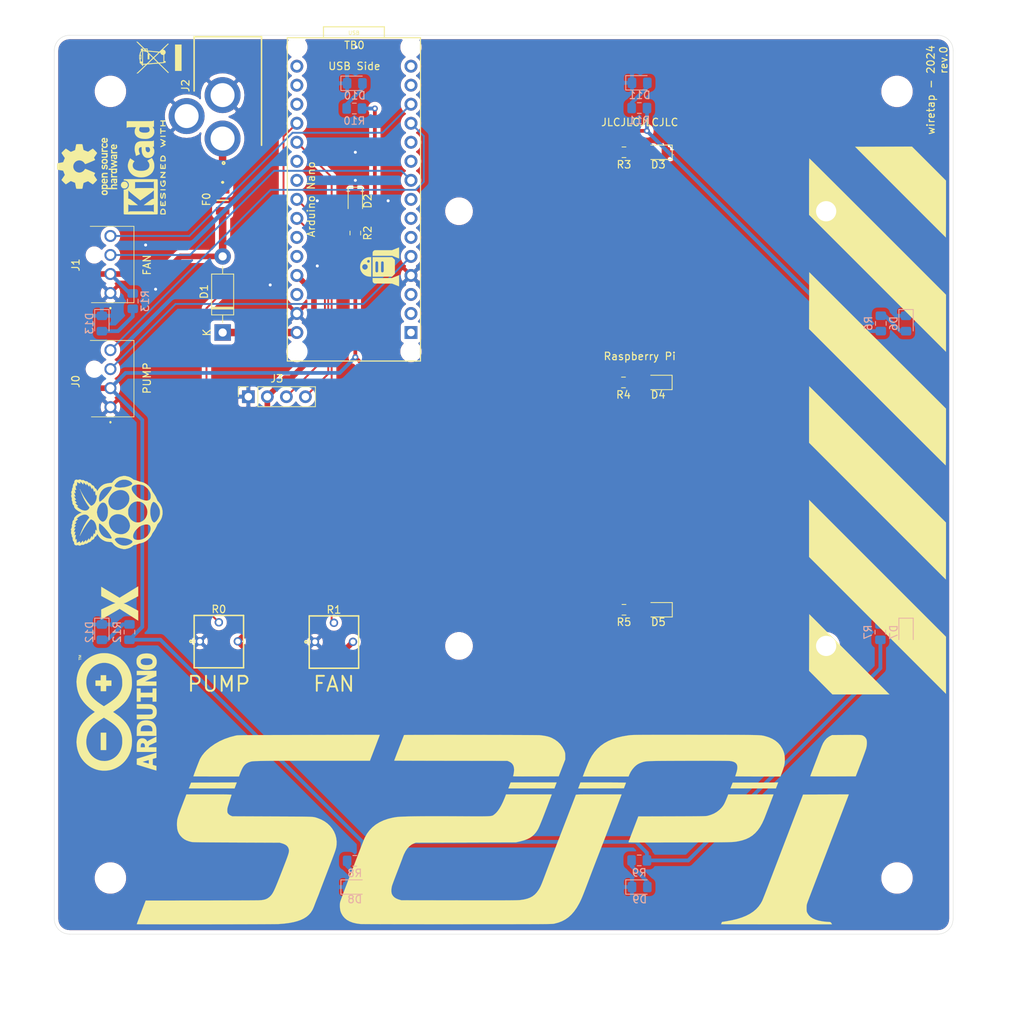
<source format=kicad_pcb>
(kicad_pcb (version 20171130) (host pcbnew "(5.1.6)-1")
  (layers (0 F.Cu signal) (31 B.Cu signal) (34 B.Paste user) (35 F.Paste user) (36 B.SilkS user) (37 F.SilkS user) (38 B.Mask user) (39 F.Mask user) (44 Edge.Cuts user))
  (net 0 "")
  (net 1 +12V)
  (net 2 "Net-(F0-Pad1)")
  (net 3 GND)
  (net 4 +5V)
  (net 5 "Net-(D1-Pad1)")
  (net 6 TACH0)
  (net 7 PWM0)
  (net 8 PWM1)
  (net 9 TACH1)
  (net 10 SCL)
  (net 11 SDA)
  (net 12 CTRL0)
  (net 13 CTRL1)
  (net 14 "Net-(TB0-Pad28)")
  (net 15 "Net-(D2-Pad2)")
  (net 16 "Net-(D3-Pad2)")
  (net 17 "Net-(D4-Pad2)")
  (net 18 "Net-(D5-Pad2)")
  (net 19 "Net-(D6-Pad2)")
  (net 20 "Net-(D7-Pad2)")
  (net 21 "Net-(D8-Pad2)")
  (net 22 "Net-(D9-Pad2)")
  (net 23 "Net-(D10-Pad2)")
  (net 24 "Net-(D11-Pad2)")
  (net 25 "Net-(D12-Pad2)")
  (net 26 "Net-(D13-Pad2)")
  (module SamacSys_Parts:arduino-x-pi (layer F.Cu) (at 102.997 114.554 90)
    (fp_text reference G*** hide)
    (fp_text value LOGO hide)
  )
  (module SamacSys_Parts:caution-stripes (layer F.Cu) (at 204.597 87.3125 90)
    (fp_text reference G*** hide)
    (fp_text value LOGO hide)
  )
  (module SamacSys_Parts:52pi-logo (layer F.Cu) (at 154.432 141.9225)
    (fp_text reference G*** hide)
    (fp_text value LOGO hide)
  )
  (module Symbol:WEEE-Logo_4.2x6mm_SilkScreen (layer F.Cu) (at 108.6485 38.862 90)
    (fp_text reference REF** hide)
    (fp_text value WEEE-Logo_4.2x6mm_SilkScreen hide)
  )
  (module Symbol:KiCad-Logo2_5mm_SilkScreen (layer F.Cu) (at 106.553 53.5305 90)
    (fp_text reference REF** hide)
    (fp_text value KiCad-Logo2_5mm_SilkScreen hide)
  )
  (module Symbol:OSHW-Logo_7.5x8mm_SilkScreen (layer F.Cu) (at 99.06 53.4035 90)
    (fp_text reference REF** hide)
    (fp_text value OSHW-Logo_7.5x8mm_SilkScreen hide)
  )
  (module SamacSys_Parts:r2d2 (layer F.Cu) (at 138.1125 66.802 90)
    (fp_text reference G*** hide)
    (fp_text value LOGO hide)
  )
  (module Diode_THT:D_DO-41_SOD81_P10.16mm_Horizontal (layer F.Cu) (at 117.1575 75.565 90)
    (fp_text reference D1 (at 5.461 -2.4765 90) (layer F.SilkS))
    (fp_text value 1N4007)
    (fp_text user K (at 0 -2.1 90) (layer F.SilkS))
    (pad 1 thru_hole rect (at 0 0 90) (size 2.2 2.2) (drill 1.1) (layers *.Cu *.Mask) (net 5 "Net-(D1-Pad1)"))
    (pad 2 thru_hole oval (at 10.16 0 90) (size 2.2 2.2) (drill 1.1) (layers *.Cu *.Mask) (net 1 +12V))
  )
  (module 1206L075SLYR (layer F.Cu) (at 117.1575 57.912 270)
    (fp_text reference F0 (at -0.124 2.159 90) (layer F.SilkS))
    (fp_text value 1206L400_12SLWR hide)
    (pad 1 smd rect (at -1.4 0 270) (size 1 1.8) (layers F.Cu F.Paste F.Mask) (net 2 "Net-(F0-Pad1)"))
    (pad 2 smd rect (at 1.4 0 270) (size 1 1.8) (layers F.Cu F.Paste F.Mask) (net 1 +12V))
  )
  (module MountingHole:MountingHole_3.2mm_M3 (layer F.Cu) (at 102.1715 43.3705)
    (fp_text reference H1 hide)
    (fp_text value MountingHole)
    (pad 1 np_thru_hole circle (at 0 0) (size 3.2 3.2) (drill 3.2) (layers *.Cu *.Mask))
  )
  (module MountingHole:MountingHole_3.2mm_M3 (layer F.Cu) (at 207.2005 43.3705)
    (fp_text reference H2 hide)
    (fp_text value MountingHole)
    (pad 1 np_thru_hole circle (at 0 0) (size 3.2 3.2) (drill 3.2) (layers *.Cu *.Mask))
  )
  (module MountingHole:MountingHole_3.2mm_M3 (layer F.Cu) (at 102.1715 148.3995)
    (fp_text reference H3 hide)
    (fp_text value MountingHole)
    (pad 1 np_thru_hole circle (at 0 0) (size 3.2 3.2) (drill 3.2) (layers *.Cu *.Mask))
  )
  (module MountingHole:MountingHole_3.2mm_M3 (layer F.Cu) (at 207.2005 148.3995)
    (fp_text reference H4 hide)
    (fp_text value MountingHole)
    (pad 1 np_thru_hole circle (at 0 0) (size 3.2 3.2) (drill 3.2) (layers *.Cu *.Mask))
  )
  (module MountingHole:MountingHole_2.7mm_M2.5 (layer F.Cu) (at 148.717 59.3725)
    (fp_text reference H5 hide)
    (fp_text value MountingHole)
    (pad 1 np_thru_hole circle (at 0 0) (size 2.7 2.7) (drill 2.7) (layers *.Cu *.Mask))
  )
  (module MountingHole:MountingHole_2.7mm_M2.5 (layer F.Cu) (at 197.739 59.3725)
    (fp_text reference H6 hide)
    (fp_text value MountingHole)
    (pad 1 np_thru_hole circle (at 0 0) (size 2.7 2.7) (drill 2.7) (layers *.Cu *.Mask))
  )
  (module MountingHole:MountingHole_2.7mm_M2.5 (layer F.Cu) (at 148.717 117.4115)
    (fp_text reference H7 hide)
    (fp_text value MountingHole)
    (pad 1 np_thru_hole circle (at 0 0) (size 2.7 2.7) (drill 2.7) (layers *.Cu *.Mask))
  )
  (module MountingHole:MountingHole_2.7mm_M2.5 (layer F.Cu) (at 197.739 117.4115)
    (fp_text reference H8 hide)
    (fp_text value MountingHole)
    (pad 1 np_thru_hole circle (at 0 0) (size 2.7 2.7) (drill 2.7) (layers *.Cu *.Mask))
  )
  (module 470533000 (layer F.Cu) (at 102.1715 85.5345 270)
    (fp_text reference J0 (at -3.429 4.6355 90) (layer F.SilkS))
    (fp_text value 47053-3000 hide)
    (pad 1 thru_hole circle (at 0 0 270) (size 1.605 1.605) (drill 1.07) (layers *.Cu *.Mask) (net 3 GND))
    (pad 2 thru_hole circle (at -2.54 0 270) (size 1.605 1.605) (drill 1.07) (layers *.Cu *.Mask) (net 1 +12V))
    (pad 3 thru_hole circle (at -5.08 0 270) (size 1.605 1.605) (drill 1.07) (layers *.Cu *.Mask) (net 6 TACH0))
    (pad 4 thru_hole circle (at -7.62 0 270) (size 1.605 1.605) (drill 1.07) (layers *.Cu *.Mask) (net 7 PWM0))
    (pad MH1 np_thru_hole circle (at -5.08 2.16 270) (size 1.3 1.3) (drill 1.3) (layers *.Cu *.Mask))
  )
  (module 470533000 (layer F.Cu) (at 102.1715 70.2945 270)
    (fp_text reference J1 (at -3.7465 4.6355 90) (layer F.SilkS))
    (fp_text value 47053-3000 hide)
    (pad MH1 np_thru_hole circle (at -5.08 2.16 270) (size 1.3 1.3) (drill 1.3) (layers *.Cu *.Mask))
    (pad 4 thru_hole circle (at -7.62 0 270) (size 1.605 1.605) (drill 1.07) (layers *.Cu *.Mask) (net 8 PWM1))
    (pad 3 thru_hole circle (at -5.08 0 270) (size 1.605 1.605) (drill 1.07) (layers *.Cu *.Mask) (net 9 TACH1))
    (pad 2 thru_hole circle (at -2.54 0 270) (size 1.605 1.605) (drill 1.07) (layers *.Cu *.Mask) (net 1 +12V))
    (pad 1 thru_hole circle (at 0 0 270) (size 1.605 1.605) (drill 1.07) (layers *.Cu *.Mask) (net 3 GND))
  )
  (module 694106301002_1 (layer F.Cu) (at 113.3475 36.068 270)
    (fp_text reference J2 (at 6.5405 1.143 270) (layer F.SilkS))
    (fp_text value 694106301002 hide)
    (pad 1 thru_hole circle (at 13.6 -3.8 270) (size 4.8 4.8) (drill 3.2) (layers *.Cu *.Mask) (net 2 "Net-(F0-Pad1)"))
    (pad 2 thru_hole circle (at 7.8 -3.8 270) (size 4.8 4.8) (drill 3.2) (layers *.Cu *.Mask) (net 3 GND))
    (pad 3 thru_hole circle (at 10.6 1 270) (size 4.8 4.8) (drill 3.2) (layers *.Cu *.Mask) (net 3 GND))
  )
  (module Connector_PinSocket_2.54mm:PinSocket_1x04_P2.54mm_Vertical (layer F.Cu) (at 120.5865 84.1375 90)
    (fp_text reference J3 (at 2.413 3.81 180) (layer F.SilkS))
    (fp_text value Conn_01x04)
    (pad 1 thru_hole rect (at 0 0 90) (size 1.7 1.7) (drill 1) (layers *.Cu *.Mask) (net 3 GND))
    (pad 2 thru_hole oval (at 0 2.54 90) (size 1.7 1.7) (drill 1) (layers *.Cu *.Mask) (net 4 +5V))
    (pad 3 thru_hole oval (at 0 5.08 90) (size 1.7 1.7) (drill 1) (layers *.Cu *.Mask) (net 10 SCL))
    (pad 4 thru_hole oval (at 0 7.62 90) (size 1.7 1.7) (drill 1) (layers *.Cu *.Mask) (net 11 SDA))
  )
  (module 3362P_1 (layer F.Cu) (at 116.6495 120.3325)
    (fp_text reference R0 (at 0 -7.8105) (layer F.SilkS))
    (fp_text value 3362P-1-103 hide)
    (pad 1 thru_hole circle (at -2.54 -3.53) (size 1.12 1.12) (drill 0.69) (layers *.Cu *.Mask) (net 3 GND))
    (pad 2 thru_hole circle (at 0 -6.07) (size 1.12 1.12) (drill 0.69) (layers *.Cu *.Mask) (net 12 CTRL0))
    (pad 3 thru_hole circle (at 2.54 -3.53) (size 1.12 1.12) (drill 0.69) (layers *.Cu *.Mask) (net 4 +5V))
  )
  (module 3362P_1 (layer F.Cu) (at 132.0165 120.396)
    (fp_text reference R1 (at 0 -7.8105) (layer F.SilkS))
    (fp_text value 3362P-1-103 hide)
    (pad 3 thru_hole circle (at 2.54 -3.53) (size 1.12 1.12) (drill 0.69) (layers *.Cu *.Mask) (net 4 +5V))
    (pad 2 thru_hole circle (at 0 -6.07) (size 1.12 1.12) (drill 0.69) (layers *.Cu *.Mask) (net 13 CTRL1))
    (pad 1 thru_hole circle (at -2.54 -3.53) (size 1.12 1.12) (drill 0.69) (layers *.Cu *.Mask) (net 3 GND))
  )
  (module SamacSys_Parts:Arduino_Nano_Socket (layer F.Cu) (at 134.6835 36.195 180)
    (fp_text reference TB0 (at -0.0635 -1.016) (layer F.SilkS))
    (fp_text value ARDUINO_NANO)
    (fp_text user USB (at 0 0.635) (layer F.SilkS) (effects (font (size 0.5 0.5) (thickness 0.075))))
    (pad "" np_thru_hole circle (at 7.62 -1.27 180) (size 1.85 1.85) (drill 1.85) (layers *.Cu *.Mask))
    (pad "" np_thru_hole circle (at -7.62 -1.27 180) (size 1.85 1.85) (drill 1.85) (layers *.Cu *.Mask))
    (pad "" np_thru_hole circle (at 7.62 -41.91 180) (size 1.85 1.85) (drill 1.85) (layers *.Cu *.Mask))
    (pad "" np_thru_hole circle (at -7.62 -41.91 180) (size 1.85 1.85) (drill 1.85) (layers *.Cu *.Mask))
    (pad 1 thru_hole rect (at -7.62 -39.37 180) (size 1.7272 1.7272) (drill 1.016) (layers *.Cu *.Mask))
    (pad 2 thru_hole circle (at -7.62 -36.83 180) (size 1.7272 1.7272) (drill 1.016) (layers *.Cu *.Mask))
    (pad 3 thru_hole circle (at -7.62 -34.29 180) (size 1.7272 1.7272) (drill 1.016) (layers *.Cu *.Mask) (net 14 "Net-(TB0-Pad28)"))
    (pad 4 thru_hole circle (at -7.62 -31.75 180) (size 1.7272 1.7272) (drill 1.016) (layers *.Cu *.Mask) (net 3 GND))
    (pad 5 thru_hole circle (at -7.62 -29.21 180) (size 1.7272 1.7272) (drill 1.016) (layers *.Cu *.Mask) (net 6 TACH0))
    (pad 6 thru_hole circle (at -7.62 -26.67 180) (size 1.7272 1.7272) (drill 1.016) (layers *.Cu *.Mask))
    (pad 7 thru_hole circle (at -7.62 -24.13 180) (size 1.7272 1.7272) (drill 1.016) (layers *.Cu *.Mask))
    (pad 8 thru_hole circle (at -7.62 -21.59 180) (size 1.7272 1.7272) (drill 1.016) (layers *.Cu *.Mask))
    (pad 9 thru_hole circle (at -7.62 -19.05 180) (size 1.7272 1.7272) (drill 1.016) (layers *.Cu *.Mask) (net 9 TACH1))
    (pad 10 thru_hole circle (at -7.62 -16.51 180) (size 1.7272 1.7272) (drill 1.016) (layers *.Cu *.Mask))
    (pad 11 thru_hole circle (at -7.62 -13.97 180) (size 1.7272 1.7272) (drill 1.016) (layers *.Cu *.Mask))
    (pad 12 thru_hole circle (at -7.62 -11.43 180) (size 1.7272 1.7272) (drill 1.016) (layers *.Cu *.Mask) (net 7 PWM0))
    (pad 13 thru_hole circle (at -7.62 -8.89 180) (size 1.7272 1.7272) (drill 1.016) (layers *.Cu *.Mask) (net 8 PWM1))
    (pad 14 thru_hole circle (at -7.62 -6.35 180) (size 1.7272 1.7272) (drill 1.016) (layers *.Cu *.Mask))
    (pad 15 thru_hole circle (at -7.62 -3.81 180) (size 1.7272 1.7272) (drill 1.016) (layers *.Cu *.Mask))
    (pad 16 thru_hole circle (at 7.62 -3.81 180) (size 1.7272 1.7272) (drill 1.016) (layers *.Cu *.Mask))
    (pad 17 thru_hole circle (at 7.62 -6.35 180) (size 1.7272 1.7272) (drill 1.016) (layers *.Cu *.Mask))
    (pad 18 thru_hole circle (at 7.62 -8.89 180) (size 1.7272 1.7272) (drill 1.016) (layers *.Cu *.Mask))
    (pad 19 thru_hole circle (at 7.62 -11.43 180) (size 1.7272 1.7272) (drill 1.016) (layers *.Cu *.Mask) (net 12 CTRL0))
    (pad 20 thru_hole circle (at 7.62 -13.97 180) (size 1.7272 1.7272) (drill 1.016) (layers *.Cu *.Mask) (net 13 CTRL1))
    (pad 21 thru_hole circle (at 7.62 -16.51 180) (size 1.7272 1.7272) (drill 1.016) (layers *.Cu *.Mask))
    (pad 22 thru_hole circle (at 7.62 -19.05 180) (size 1.7272 1.7272) (drill 1.016) (layers *.Cu *.Mask))
    (pad 23 thru_hole circle (at 7.62 -21.59 180) (size 1.7272 1.7272) (drill 1.016) (layers *.Cu *.Mask) (net 11 SDA))
    (pad 24 thru_hole circle (at 7.62 -24.13 180) (size 1.7272 1.7272) (drill 1.016) (layers *.Cu *.Mask) (net 10 SCL))
    (pad 25 thru_hole circle (at 7.62 -26.67 180) (size 1.7272 1.7272) (drill 1.016) (layers *.Cu *.Mask))
    (pad 26 thru_hole circle (at 7.62 -29.21 180) (size 1.7272 1.7272) (drill 1.016) (layers *.Cu *.Mask))
    (pad 27 thru_hole circle (at 7.62 -31.75 180) (size 1.7272 1.7272) (drill 1.016) (layers *.Cu *.Mask) (net 4 +5V))
    (pad 28 thru_hole circle (at 7.62 -34.29 180) (size 1.7272 1.7272) (drill 1.016) (layers *.Cu *.Mask) (net 14 "Net-(TB0-Pad28)"))
    (pad 29 thru_hole circle (at 7.62 -36.83 180) (size 1.7272 1.7272) (drill 1.016) (layers *.Cu *.Mask) (net 3 GND))
    (pad 30 thru_hole circle (at 7.62 -39.37 180) (size 1.7272 1.7272) (drill 1.016) (layers *.Cu *.Mask) (net 5 "Net-(D1-Pad1)"))
  )
  (module LED_SMD:LED_0805_2012Metric_Pad1.15x1.40mm_HandSolder (layer F.Cu) (at 134.874 58.03 270)
    (fp_text reference D2 (at 0 -1.65 90) (layer F.SilkS))
    (fp_text value LED_Small)
    (pad 2 smd roundrect (at 1.025 0 270) (size 1.15 1.4) (layers F.Cu F.Paste F.Mask) (roundrect_rratio 0.217391) (net 15 "Net-(D2-Pad2)"))
    (pad 1 smd roundrect (at -1.025 0 270) (size 1.15 1.4) (layers F.Cu F.Paste F.Mask) (roundrect_rratio 0.217391) (net 3 GND))
  )
  (module LED_SMD:LED_0805_2012Metric_Pad1.15x1.40mm_HandSolder (layer F.Cu) (at 175.3235 51.4985 180)
    (fp_text reference D3 (at 0 -1.65) (layer F.SilkS))
    (fp_text value LED_Small)
    (pad 1 smd roundrect (at -1.025 0 180) (size 1.15 1.4) (layers F.Cu F.Paste F.Mask) (roundrect_rratio 0.217391) (net 3 GND))
    (pad 2 smd roundrect (at 1.025 0 180) (size 1.15 1.4) (layers F.Cu F.Paste F.Mask) (roundrect_rratio 0.217391) (net 16 "Net-(D3-Pad2)"))
  )
  (module LED_SMD:LED_0805_2012Metric_Pad1.15x1.40mm_HandSolder (layer F.Cu) (at 175.3145 82.2325 180)
    (fp_text reference D4 (at 0 -1.65) (layer F.SilkS))
    (fp_text value LED_Small)
    (pad 2 smd roundrect (at 1.025 0 180) (size 1.15 1.4) (layers F.Cu F.Paste F.Mask) (roundrect_rratio 0.217391) (net 17 "Net-(D4-Pad2)"))
    (pad 1 smd roundrect (at -1.025 0 180) (size 1.15 1.4) (layers F.Cu F.Paste F.Mask) (roundrect_rratio 0.217391) (net 3 GND))
  )
  (module LED_SMD:LED_0805_2012Metric_Pad1.15x1.40mm_HandSolder (layer F.Cu) (at 175.3325 112.5855 180)
    (fp_text reference D5 (at 0 -1.65) (layer F.SilkS))
    (fp_text value LED_Small)
    (pad 1 smd roundrect (at -1.025 0 180) (size 1.15 1.4) (layers F.Cu F.Paste F.Mask) (roundrect_rratio 0.217391) (net 3 GND))
    (pad 2 smd roundrect (at 1.025 0 180) (size 1.15 1.4) (layers F.Cu F.Paste F.Mask) (roundrect_rratio 0.217391) (net 18 "Net-(D5-Pad2)"))
  )
  (module LED_SMD:LED_0805_2012Metric_Pad1.15x1.40mm_HandSolder (layer B.Cu) (at 208.407 74.3585 270)
    (fp_text reference D6 (at 0 1.65 90) (layer B.SilkS) (effects (justify mirror)))
    (fp_text value LED_Small)
    (pad 2 smd roundrect (at 1.025 0 270) (size 1.15 1.4) (layers B.Cu B.Paste B.Mask) (roundrect_rratio 0.217391) (net 19 "Net-(D6-Pad2)"))
    (pad 1 smd roundrect (at -1.025 0 270) (size 1.15 1.4) (layers B.Cu B.Paste B.Mask) (roundrect_rratio 0.217391) (net 3 GND))
  )
  (module LED_SMD:LED_0805_2012Metric_Pad1.15x1.40mm_HandSolder (layer B.Cu) (at 208.407 115.57 270)
    (fp_text reference D7 (at 0 1.65 90) (layer B.SilkS) (effects (justify mirror)))
    (fp_text value LED_Small)
    (pad 1 smd roundrect (at -1.025 0 270) (size 1.15 1.4) (layers B.Cu B.Paste B.Mask) (roundrect_rratio 0.217391) (net 3 GND))
    (pad 2 smd roundrect (at 1.025 0 270) (size 1.15 1.4) (layers B.Cu B.Paste B.Mask) (roundrect_rratio 0.217391) (net 20 "Net-(D7-Pad2)"))
  )
  (module LED_SMD:LED_0805_2012Metric_Pad1.15x1.40mm_HandSolder (layer B.Cu) (at 134.8015 149.606)
    (fp_text reference D8 (at 0 1.65) (layer B.SilkS) (effects (justify mirror)))
    (fp_text value LED_Small)
    (pad 1 smd roundrect (at -1.025 0) (size 1.15 1.4) (layers B.Cu B.Paste B.Mask) (roundrect_rratio 0.217391) (net 3 GND))
    (pad 2 smd roundrect (at 1.025 0) (size 1.15 1.4) (layers B.Cu B.Paste B.Mask) (roundrect_rratio 0.217391) (net 21 "Net-(D8-Pad2)"))
  )
  (module LED_SMD:LED_0805_2012Metric_Pad1.15x1.40mm_HandSolder (layer B.Cu) (at 172.838 149.606)
    (fp_text reference D9 (at 0 1.65) (layer B.SilkS) (effects (justify mirror)))
    (fp_text value LED_Small)
    (pad 2 smd roundrect (at 1.025 0) (size 1.15 1.4) (layers B.Cu B.Paste B.Mask) (roundrect_rratio 0.217391) (net 22 "Net-(D9-Pad2)"))
    (pad 1 smd roundrect (at -1.025 0) (size 1.15 1.4) (layers B.Cu B.Paste B.Mask) (roundrect_rratio 0.217391) (net 3 GND))
  )
  (module LED_SMD:LED_0805_2012Metric_Pad1.15x1.40mm_HandSolder (layer B.Cu) (at 134.8015 42.291)
    (fp_text reference D10 (at 0 1.65) (layer B.SilkS) (effects (justify mirror)))
    (fp_text value LED_Small)
    (pad 1 smd roundrect (at -1.025 0) (size 1.15 1.4) (layers B.Cu B.Paste B.Mask) (roundrect_rratio 0.217391) (net 3 GND))
    (pad 2 smd roundrect (at 1.025 0) (size 1.15 1.4) (layers B.Cu B.Paste B.Mask) (roundrect_rratio 0.217391) (net 23 "Net-(D10-Pad2)"))
  )
  (module LED_SMD:LED_0805_2012Metric_Pad1.15x1.40mm_HandSolder (layer B.Cu) (at 172.838 42.2275)
    (fp_text reference D11 (at 0 1.65) (layer B.SilkS) (effects (justify mirror)))
    (fp_text value LED_Small)
    (pad 2 smd roundrect (at 1.025 0) (size 1.15 1.4) (layers B.Cu B.Paste B.Mask) (roundrect_rratio 0.217391) (net 24 "Net-(D11-Pad2)"))
    (pad 1 smd roundrect (at -1.025 0) (size 1.15 1.4) (layers B.Cu B.Paste B.Mask) (roundrect_rratio 0.217391) (net 3 GND))
  )
  (module LED_SMD:LED_0805_2012Metric_Pad1.15x1.40mm_HandSolder (layer B.Cu) (at 101.0285 115.57 270)
    (fp_text reference D12 (at 0 1.65 90) (layer B.SilkS) (effects (justify mirror)))
    (fp_text value LED_Small)
    (pad 1 smd roundrect (at -1.025 0 270) (size 1.15 1.4) (layers B.Cu B.Paste B.Mask) (roundrect_rratio 0.217391) (net 3 GND))
    (pad 2 smd roundrect (at 1.025 0 270) (size 1.15 1.4) (layers B.Cu B.Paste B.Mask) (roundrect_rratio 0.217391) (net 25 "Net-(D12-Pad2)"))
  )
  (module LED_SMD:LED_0805_2012Metric_Pad1.15x1.40mm_HandSolder (layer B.Cu) (at 101.0285 74.3585 270)
    (fp_text reference D13 (at 0 1.65 90) (layer B.SilkS) (effects (justify mirror)))
    (fp_text value LED_Small)
    (pad 2 smd roundrect (at 1.025 0 270) (size 1.15 1.4) (layers B.Cu B.Paste B.Mask) (roundrect_rratio 0.217391) (net 26 "Net-(D13-Pad2)"))
    (pad 1 smd roundrect (at -1.025 0 270) (size 1.15 1.4) (layers B.Cu B.Paste B.Mask) (roundrect_rratio 0.217391) (net 3 GND))
  )
  (module Resistor_SMD:R_0805_2012Metric_Pad1.15x1.40mm_HandSolder (layer F.Cu) (at 134.874 62.2845 270)
    (fp_text reference R2 (at 0 -1.65 90) (layer F.SilkS))
    (fp_text value R_Small)
    (pad 2 smd roundrect (at 1.025 0 270) (size 1.15 1.4) (layers F.Cu F.Paste F.Mask) (roundrect_rratio 0.217391) (net 1 +12V))
    (pad 1 smd roundrect (at -1.025 0 270) (size 1.15 1.4) (layers F.Cu F.Paste F.Mask) (roundrect_rratio 0.217391) (net 15 "Net-(D2-Pad2)"))
  )
  (module Resistor_SMD:R_0805_2012Metric_Pad1.15x1.40mm_HandSolder (layer F.Cu) (at 170.7425 51.4985 180)
    (fp_text reference R3 (at 0 -1.65) (layer F.SilkS))
    (fp_text value R_Small)
    (pad 1 smd roundrect (at -1.025 0 180) (size 1.15 1.4) (layers F.Cu F.Paste F.Mask) (roundrect_rratio 0.217391) (net 16 "Net-(D3-Pad2)"))
    (pad 2 smd roundrect (at 1.025 0 180) (size 1.15 1.4) (layers F.Cu F.Paste F.Mask) (roundrect_rratio 0.217391) (net 1 +12V))
  )
  (module Resistor_SMD:R_0805_2012Metric_Pad1.15x1.40mm_HandSolder (layer F.Cu) (at 170.679 82.2325 180)
    (fp_text reference R4 (at 0 -1.65) (layer F.SilkS))
    (fp_text value R_Small)
    (pad 1 smd roundrect (at -1.025 0 180) (size 1.15 1.4) (layers F.Cu F.Paste F.Mask) (roundrect_rratio 0.217391) (net 17 "Net-(D4-Pad2)"))
    (pad 2 smd roundrect (at 1.025 0 180) (size 1.15 1.4) (layers F.Cu F.Paste F.Mask) (roundrect_rratio 0.217391) (net 1 +12V))
  )
  (module Resistor_SMD:R_0805_2012Metric_Pad1.15x1.40mm_HandSolder (layer F.Cu) (at 170.7425 112.5855 180)
    (fp_text reference R5 (at 0 -1.65) (layer F.SilkS))
    (fp_text value R_Small)
    (pad 2 smd roundrect (at 1.025 0 180) (size 1.15 1.4) (layers F.Cu F.Paste F.Mask) (roundrect_rratio 0.217391) (net 1 +12V))
    (pad 1 smd roundrect (at -1.025 0 180) (size 1.15 1.4) (layers F.Cu F.Paste F.Mask) (roundrect_rratio 0.217391) (net 18 "Net-(D5-Pad2)"))
  )
  (module Resistor_SMD:R_0805_2012Metric_Pad1.15x1.40mm_HandSolder (layer B.Cu) (at 205.0415 74.3495 270)
    (fp_text reference R6 (at 0 1.65 90) (layer B.SilkS) (effects (justify mirror)))
    (fp_text value R_Small)
    (pad 1 smd roundrect (at -1.025 0 270) (size 1.15 1.4) (layers B.Cu B.Paste B.Mask) (roundrect_rratio 0.217391) (net 19 "Net-(D6-Pad2)"))
    (pad 2 smd roundrect (at 1.025 0 270) (size 1.15 1.4) (layers B.Cu B.Paste B.Mask) (roundrect_rratio 0.217391) (net 1 +12V))
  )
  (module Resistor_SMD:R_0805_2012Metric_Pad1.15x1.40mm_HandSolder (layer B.Cu) (at 204.978 115.57 270)
    (fp_text reference R7 (at 0 1.65 90) (layer B.SilkS) (effects (justify mirror)))
    (fp_text value R_Small)
    (pad 2 smd roundrect (at 1.025 0 270) (size 1.15 1.4) (layers B.Cu B.Paste B.Mask) (roundrect_rratio 0.217391) (net 1 +12V))
    (pad 1 smd roundrect (at -1.025 0 270) (size 1.15 1.4) (layers B.Cu B.Paste B.Mask) (roundrect_rratio 0.217391) (net 20 "Net-(D7-Pad2)"))
  )
  (module Resistor_SMD:R_0805_2012Metric_Pad1.15x1.40mm_HandSolder (layer B.Cu) (at 134.8015 146.1135)
    (fp_text reference R8 (at 0 1.65) (layer B.SilkS) (effects (justify mirror)))
    (fp_text value R_Small)
    (pad 1 smd roundrect (at -1.025 0) (size 1.15 1.4) (layers B.Cu B.Paste B.Mask) (roundrect_rratio 0.217391) (net 21 "Net-(D8-Pad2)"))
    (pad 2 smd roundrect (at 1.025 0) (size 1.15 1.4) (layers B.Cu B.Paste B.Mask) (roundrect_rratio 0.217391) (net 1 +12V))
  )
  (module Resistor_SMD:R_0805_2012Metric_Pad1.15x1.40mm_HandSolder (layer B.Cu) (at 172.7835 146.05)
    (fp_text reference R9 (at 0 1.65) (layer B.SilkS) (effects (justify mirror)))
    (fp_text value R_Small)
    (pad 2 smd roundrect (at 1.025 0) (size 1.15 1.4) (layers B.Cu B.Paste B.Mask) (roundrect_rratio 0.217391) (net 1 +12V))
    (pad 1 smd roundrect (at -1.025 0) (size 1.15 1.4) (layers B.Cu B.Paste B.Mask) (roundrect_rratio 0.217391) (net 22 "Net-(D9-Pad2)"))
  )
  (module Resistor_SMD:R_0805_2012Metric_Pad1.15x1.40mm_HandSolder (layer B.Cu) (at 134.738 45.6565)
    (fp_text reference R10 (at 0 1.65) (layer B.SilkS) (effects (justify mirror)))
    (fp_text value R_Small)
    (pad 1 smd roundrect (at -1.025 0) (size 1.15 1.4) (layers B.Cu B.Paste B.Mask) (roundrect_rratio 0.217391) (net 23 "Net-(D10-Pad2)"))
    (pad 2 smd roundrect (at 1.025 0) (size 1.15 1.4) (layers B.Cu B.Paste B.Mask) (roundrect_rratio 0.217391) (net 1 +12V))
  )
  (module Resistor_SMD:R_0805_2012Metric_Pad1.15x1.40mm_HandSolder (layer B.Cu) (at 172.7925 45.593)
    (fp_text reference R11 (at 0 1.65) (layer B.SilkS) (effects (justify mirror)))
    (fp_text value R_Small)
    (pad 2 smd roundrect (at 1.025 0) (size 1.15 1.4) (layers B.Cu B.Paste B.Mask) (roundrect_rratio 0.217391) (net 1 +12V))
    (pad 1 smd roundrect (at -1.025 0) (size 1.15 1.4) (layers B.Cu B.Paste B.Mask) (roundrect_rratio 0.217391) (net 24 "Net-(D11-Pad2)"))
  )
  (module Resistor_SMD:R_0805_2012Metric_Pad1.15x1.40mm_HandSolder (layer B.Cu) (at 104.7115 115.561 270)
    (fp_text reference R12 (at 0 1.65 90) (layer B.SilkS) (effects (justify mirror)))
    (fp_text value R_Small)
    (pad 1 smd roundrect (at -1.025 0 270) (size 1.15 1.4) (layers B.Cu B.Paste B.Mask) (roundrect_rratio 0.217391) (net 25 "Net-(D12-Pad2)"))
    (pad 2 smd roundrect (at 1.025 0 270) (size 1.15 1.4) (layers B.Cu B.Paste B.Mask) (roundrect_rratio 0.217391) (net 1 +12V))
  )
  (module Resistor_SMD:R_0805_2012Metric_Pad1.15x1.40mm_HandSolder (layer B.Cu) (at 105.156 71.374 90)
    (fp_text reference R13 (at 0 1.65 90) (layer B.SilkS) (effects (justify mirror)))
    (fp_text value R_Small)
    (pad 2 smd roundrect (at 1.025 0 90) (size 1.15 1.4) (layers B.Cu B.Paste B.Mask) (roundrect_rratio 0.217391) (net 1 +12V))
    (pad 1 smd roundrect (at -1.025 0 90) (size 1.15 1.4) (layers B.Cu B.Paste B.Mask) (roundrect_rratio 0.217391) (net 26 "Net-(D13-Pad2)"))
  )
  (gr_text rev.0 (at 213.4235 39.1795 90) (layer F.SilkS) (effects (font (size 1 1))))
  (gr_text "wiretap - 2024" (at 211.709 43.18 90) (layer F.SilkS) (effects (font (size 1 1))))
  (gr_text JLCJLCJLCJLC (at 172.847 47.498) (layer F.SilkS) (effects (font (size 1 1))))
  (gr_text "Raspberry Pi" (at 172.847 78.74) (layer F.SilkS) (effects (font (size 1 1))))
  (gr_text "USB Side" (at 134.747 40.005) (layer F.SilkS) (effects (font (size 1 1))))
  (gr_text "Arduino Nano" (at 128.9685 57.785 90) (layer F.SilkS) (effects (font (size 1 1))))
  (gr_text PUMP (at 107.061 81.661 90) (layer F.SilkS) (effects (font (size 1 1))))
  (gr_text FAN (at 107.061 66.548 90) (layer F.SilkS) (effects (font (size 1 1))))
  (gr_text FAN (at 132.0165 122.4915) (layer F.SilkS) (effects (font (size 2 2) (thickness 0.25))))
  (gr_text PUMP (at 116.6495 122.4915) (layer F.SilkS) (effects (font (size 2 2) (thickness 0.25))))
  (gr_arc (start 212.660509 153.8605) (end 212.660509 155.893491) (angle -90) (layer Edge.Cuts) (width 0.05))
  (gr_arc (start 96.7105 37.910491) (end 96.7105 35.8775) (angle -90) (layer Edge.Cuts) (width 0.05))
  (gr_arc (start 96.7105 153.859509) (end 94.677509 153.859509) (angle -90) (layer Edge.Cuts) (width 0.05))
  (gr_arc (start 212.6615 37.910491) (end 214.694491 37.910491) (angle -90) (layer Edge.Cuts) (width 0.05))
  (gr_line (start 94.677509 153.859509) (end 94.677509 37.910491) (layer Edge.Cuts) (width 0.05))
  (gr_line (start 212.660509 155.893491) (end 96.7105 155.8925) (layer Edge.Cuts) (width 0.05))
  (gr_line (start 214.694491 37.910491) (end 214.6935 153.8605) (layer Edge.Cuts) (width 0.05))
  (gr_line (start 96.7105 35.8775) (end 212.6615 35.8775) (layer Edge.Cuts) (width 0.05))
  (segment (start 117.1575 59.312) (end 117.1575 65.405) (width 1) (layer F.Cu) (net 1))
  (segment (start 117.1575 65.405) (end 111.506 65.405) (width 0.75) (layer F.Cu) (net 1))
  (segment (start 109.1565 67.7545) (end 102.1715 67.7545) (width 0.75) (layer F.Cu) (net 1))
  (segment (start 111.506 65.405) (end 109.1565 67.7545) (width 0.75) (layer F.Cu) (net 1))
  (segment (start 102.1715 67.7545) (end 99.314 67.7545) (width 0.75) (layer F.Cu) (net 1))
  (segment (start 99.314 67.7545) (end 97.2185 69.85) (width 0.75) (layer F.Cu) (net 1))
  (segment (start 97.2185 69.85) (end 97.2185 80.899) (width 0.75) (layer F.Cu) (net 1))
  (segment (start 99.314 82.9945) (end 102.1715 82.9945) (width 0.75) (layer F.Cu) (net 1))
  (segment (start 97.2185 80.899) (end 99.314 82.9945) (width 0.75) (layer F.Cu) (net 1))
  (segment (start 169.7175 82.169) (end 169.654 82.2325) (width 0.5) (layer F.Cu) (net 1))
  (segment (start 169.7175 51.4985) (end 169.7175 82.169) (width 0.5) (layer F.Cu) (net 1))
  (segment (start 169.654 112.522) (end 169.7175 112.5855) (width 0.5) (layer F.Cu) (net 1))
  (segment (start 169.654 82.2325) (end 169.654 112.522) (width 0.5) (layer F.Cu) (net 1))
  (segment (start 138.303 82.296) (end 134.874 78.867) (width 0.5) (layer F.Cu) (net 1))
  (segment (start 134.874 78.867) (end 134.874 63.3095) (width 0.5) (layer F.Cu) (net 1))
  (segment (start 169.654 82.2325) (end 169.5905 82.296) (width 0.5) (layer F.Cu) (net 1))
  (segment (start 169.5905 82.296) (end 138.303 82.296) (width 0.5) (layer F.Cu) (net 1))
  (segment (start 132.7785 80.9625) (end 134.874 78.867) (width 0.5) (layer B.Cu) (net 1))
  (segment (start 104.2035 80.9625) (end 132.7785 80.9625) (width 0.5) (layer B.Cu) (net 1))
  (segment (start 102.1715 82.9945) (end 104.2035 80.9625) (width 0.5) (layer B.Cu) (net 1))
  (via (at 134.874 78.867) (size 0.8) (drill 0.4) (layers F.Cu B.Cu) (net 1))
  (via (at 137.4775 45.6565) (size 0.8) (drill 0.4) (layers F.Cu B.Cu) (net 1))
  (segment (start 135.763 45.6565) (end 137.4775 45.6565) (width 0.5) (layer B.Cu) (net 1))
  (segment (start 136.0805 63.3095) (end 134.874 63.3095) (width 0.5) (layer F.Cu) (net 1))
  (segment (start 137.4775 45.6565) (end 137.4775 61.9125) (width 0.5) (layer F.Cu) (net 1))
  (segment (start 137.4775 61.9125) (end 136.0805 63.3095) (width 0.5) (layer F.Cu) (net 1))
  (segment (start 173.8175 45.593) (end 173.8175 48.623) (width 0.5) (layer B.Cu) (net 1))
  (via (at 173.7995 48.641) (size 0.8) (drill 0.4) (layers F.Cu B.Cu) (net 1))
  (segment (start 173.8175 48.623) (end 173.7995 48.641) (width 0.5) (layer B.Cu) (net 1))
  (segment (start 169.7175 50.2465) (end 169.7175 51.4985) (width 0.5) (layer F.Cu) (net 1))
  (segment (start 173.7995 48.641) (end 171.323 48.641) (width 0.5) (layer F.Cu) (net 1))
  (segment (start 171.323 48.641) (end 169.7175 50.2465) (width 0.5) (layer F.Cu) (net 1))
  (segment (start 104.766 70.349) (end 102.1715 67.7545) (width 0.5) (layer B.Cu) (net 1))
  (segment (start 105.156 70.349) (end 104.766 70.349) (width 0.5) (layer B.Cu) (net 1))
  (segment (start 106.426 87.249) (end 102.1715 82.9945) (width 0.5) (layer B.Cu) (net 1))
  (segment (start 104.7115 116.586) (end 106.426 114.8715) (width 0.5) (layer B.Cu) (net 1))
  (segment (start 106.426 114.8715) (end 106.426 87.249) (width 0.5) (layer B.Cu) (net 1))
  (segment (start 135.8265 143.5735) (end 135.8265 146.1135) (width 0.5) (layer B.Cu) (net 1))
  (segment (start 104.7115 116.586) (end 108.839 116.586) (width 0.5) (layer B.Cu) (net 1))
  (segment (start 108.839 116.586) (end 135.8265 143.5735) (width 0.5) (layer B.Cu) (net 1))
  (segment (start 173.8085 145.043) (end 173.8085 146.05) (width 0.5) (layer B.Cu) (net 1))
  (segment (start 135.8265 143.5735) (end 172.339 143.5735) (width 0.5) (layer B.Cu) (net 1))
  (segment (start 172.339 143.5735) (end 173.8085 145.043) (width 0.5) (layer B.Cu) (net 1))
  (segment (start 200.533 75.3745) (end 173.7995 48.641) (width 0.5) (layer B.Cu) (net 1))
  (segment (start 205.0415 75.3745) (end 200.533 75.3745) (width 0.5) (layer B.Cu) (net 1))
  (segment (start 204.978 116.595) (end 204.978 120.396) (width 0.5) (layer B.Cu) (net 1))
  (segment (start 179.324 146.05) (end 173.8085 146.05) (width 0.5) (layer B.Cu) (net 1))
  (segment (start 204.978 120.396) (end 179.324 146.05) (width 0.5) (layer B.Cu) (net 1))
  (segment (start 117.1475 56.502) (end 117.1575 56.512) (width 1) (layer F.Cu) (net 2))
  (segment (start 117.1475 49.668) (end 117.1475 56.502) (width 1) (layer F.Cu) (net 2))
  (via (at 129.794 57.9755) (size 0.8) (drill 0.4) (layers F.Cu B.Cu) (net 3))
  (via (at 139.2555 57.9755) (size 0.8) (drill 0.4) (layers F.Cu B.Cu) (net 3))
  (via (at 123.5075 69.215) (size 0.8) (drill 0.4) (layers F.Cu B.Cu) (net 3))
  (via (at 106.8705 63.881) (size 0.8) (drill 0.4) (layers F.Cu B.Cu) (net 3))
  (via (at 135.001 37.465) (size 0.8) (drill 0.4) (layers F.Cu B.Cu) (net 3))
  (via (at 134.874 51.4985) (size 0.8) (drill 0.4) (layers F.Cu B.Cu) (net 3))
  (via (at 134.874 55.245) (size 0.8) (drill 0.4) (layers F.Cu B.Cu) (net 3))
  (via (at 129.794 66.675) (size 0.8) (drill 0.4) (layers F.Cu B.Cu) (net 3))
  (via (at 108.204 69.7865) (size 0.8) (drill 0.4) (layers F.Cu B.Cu) (net 3))
  (segment (start 119.1895 116.8025) (end 122.7195 120.3325) (width 0.75) (layer F.Cu) (net 4))
  (segment (start 131.09 120.3325) (end 134.5565 116.866) (width 0.75) (layer F.Cu) (net 4))
  (segment (start 122.7195 120.3325) (end 131.09 120.3325) (width 0.75) (layer F.Cu) (net 4))
  (segment (start 123.1265 112.8655) (end 119.1895 116.8025) (width 0.75) (layer F.Cu) (net 4))
  (segment (start 123.1265 84.1375) (end 123.1265 112.8655) (width 0.75) (layer F.Cu) (net 4))
  (segment (start 129.3495 70.231) (end 127.0635 67.945) (width 0.75) (layer F.Cu) (net 4))
  (segment (start 125.476 81.788) (end 125.476 81.661) (width 0.75) (layer F.Cu) (net 4))
  (segment (start 123.1265 84.1375) (end 125.476 81.788) (width 0.75) (layer F.Cu) (net 4))
  (segment (start 126.3015 81.661) (end 129.3495 78.613) (width 0.75) (layer F.Cu) (net 4))
  (segment (start 125.476 81.661) (end 126.3015 81.661) (width 0.75) (layer F.Cu) (net 4))
  (segment (start 129.3495 78.613) (end 129.3495 70.231) (width 0.75) (layer F.Cu) (net 4))
  (segment (start 117.1575 75.565) (end 127.0635 75.565) (width 1) (layer F.Cu) (net 5))
  (segment (start 135.9535 71.755) (end 142.3035 65.405) (width 0.25) (layer B.Cu) (net 6))
  (segment (start 102.1715 80.4545) (end 110.871 71.755) (width 0.25) (layer B.Cu) (net 6))
  (segment (start 110.871 71.755) (end 135.9535 71.755) (width 0.25) (layer B.Cu) (net 6))
  (segment (start 144.018 49.3395) (end 142.3035 47.625) (width 0.25) (layer B.Cu) (net 7))
  (segment (start 142.9385 56.515) (end 144.018 55.4355) (width 0.25) (layer B.Cu) (net 7))
  (segment (start 144.018 55.4355) (end 144.018 49.3395) (width 0.25) (layer B.Cu) (net 7))
  (segment (start 102.1715 77.9145) (end 123.571 56.515) (width 0.25) (layer B.Cu) (net 7))
  (segment (start 123.571 56.515) (end 142.9385 56.515) (width 0.25) (layer B.Cu) (net 7))
  (segment (start 138.4935 48.895) (end 142.3035 45.085) (width 0.25) (layer B.Cu) (net 8))
  (segment (start 126.492 48.895) (end 138.4935 48.895) (width 0.25) (layer B.Cu) (net 8))
  (segment (start 102.1715 62.6745) (end 112.7125 62.6745) (width 0.25) (layer B.Cu) (net 8))
  (segment (start 112.7125 62.6745) (end 126.492 48.895) (width 0.25) (layer B.Cu) (net 8))
  (segment (start 124.03437 53.975) (end 141.0335 53.975) (width 0.25) (layer B.Cu) (net 9))
  (segment (start 102.1715 65.2145) (end 112.79487 65.2145) (width 0.25) (layer B.Cu) (net 9))
  (segment (start 141.0335 53.975) (end 142.3035 55.245) (width 0.25) (layer B.Cu) (net 9))
  (segment (start 112.79487 65.2145) (end 124.03437 53.975) (width 0.25) (layer B.Cu) (net 9))
  (segment (start 130.81 78.994) (end 125.6665 84.1375) (width 0.25) (layer F.Cu) (net 10))
  (segment (start 127.0635 60.325) (end 130.81 64.0715) (width 0.25) (layer F.Cu) (net 10))
  (segment (start 130.81 64.0715) (end 130.81 78.994) (width 0.25) (layer F.Cu) (net 10))
  (segment (start 131.260011 81.083989) (end 128.2065 84.1375) (width 0.25) (layer F.Cu) (net 11))
  (segment (start 127.0635 57.785) (end 131.260011 61.981511) (width 0.25) (layer F.Cu) (net 11))
  (segment (start 131.260011 61.981511) (end 131.260011 81.083989) (width 0.25) (layer F.Cu) (net 11))
  (segment (start 114.9985 112.6115) (end 116.6495 114.2625) (width 0.25) (layer F.Cu) (net 12))
  (segment (start 114.9985 72.3265) (end 114.9985 112.6115) (width 0.25) (layer F.Cu) (net 12))
  (segment (start 125.2855 62.0395) (end 114.9985 72.3265) (width 0.25) (layer F.Cu) (net 12))
  (segment (start 127.0635 47.625) (end 125.2855 49.403) (width 0.25) (layer F.Cu) (net 12))
  (segment (start 125.2855 49.403) (end 125.2855 62.0395) (width 0.25) (layer F.Cu) (net 12))
  (segment (start 131.71002 54.81152) (end 131.71002 114.01952) (width 0.25) (layer F.Cu) (net 13))
  (segment (start 131.71002 114.01952) (end 132.0165 114.326) (width 0.25) (layer F.Cu) (net 13))
  (segment (start 127.0635 50.165) (end 131.71002 54.81152) (width 0.25) (layer F.Cu) (net 13))
  (segment (start 134.874 61.2595) (end 134.874 59.055) (width 0.5) (layer F.Cu) (net 15))
  (segment (start 171.7675 51.4985) (end 174.2985 51.4985) (width 0.5) (layer F.Cu) (net 16))
  (segment (start 171.704 82.2325) (end 174.2895 82.2325) (width 0.5) (layer F.Cu) (net 17))
  (segment (start 171.7675 112.5855) (end 174.3075 112.5855) (width 0.5) (layer F.Cu) (net 18))
  (segment (start 205.0415 73.3245) (end 205.595 73.3245) (width 0.5) (layer B.Cu) (net 19))
  (segment (start 207.654 75.3835) (end 208.407 75.3835) (width 0.5) (layer B.Cu) (net 19))
  (segment (start 205.595 73.3245) (end 207.654 75.3835) (width 0.5) (layer B.Cu) (net 19))
  (segment (start 207.781 116.595) (end 208.407 116.595) (width 0.5) (layer B.Cu) (net 20))
  (segment (start 204.978 114.545) (end 205.731 114.545) (width 0.5) (layer B.Cu) (net 20))
  (segment (start 205.731 114.545) (end 207.781 116.595) (width 0.5) (layer B.Cu) (net 20))
  (segment (start 133.7765 146.794) (end 133.7765 146.1135) (width 0.5) (layer B.Cu) (net 21))
  (segment (start 135.8265 149.606) (end 135.8265 148.844) (width 0.5) (layer B.Cu) (net 21))
  (segment (start 135.8265 148.844) (end 133.7765 146.794) (width 0.5) (layer B.Cu) (net 21))
  (segment (start 171.7585 146.803) (end 171.7585 146.05) (width 0.5) (layer B.Cu) (net 22))
  (segment (start 173.863 149.606) (end 173.863 148.9075) (width 0.5) (layer B.Cu) (net 22))
  (segment (start 173.863 148.9075) (end 171.7585 146.803) (width 0.5) (layer B.Cu) (net 22))
  (segment (start 133.713 45.6565) (end 133.713 45.103) (width 0.5) (layer B.Cu) (net 23))
  (segment (start 135.8265 42.9895) (end 135.8265 42.291) (width 0.5) (layer B.Cu) (net 23))
  (segment (start 133.713 45.103) (end 135.8265 42.9895) (width 0.5) (layer B.Cu) (net 23))
  (segment (start 171.7675 45.593) (end 171.7675 44.8945) (width 0.5) (layer B.Cu) (net 24))
  (segment (start 173.863 42.799) (end 173.863 42.2275) (width 0.5) (layer B.Cu) (net 24))
  (segment (start 171.7675 44.8945) (end 173.863 42.799) (width 0.5) (layer B.Cu) (net 24))
  (segment (start 103.8405 114.536) (end 104.7115 114.536) (width 0.5) (layer B.Cu) (net 25))
  (segment (start 101.0285 116.595) (end 101.7815 116.595) (width 0.5) (layer B.Cu) (net 25))
  (segment (start 101.7815 116.595) (end 103.8405 114.536) (width 0.5) (layer B.Cu) (net 25))
  (segment (start 103.1785 75.3835) (end 101.0285 75.3835) (width 0.5) (layer B.Cu) (net 26))
  (segment (start 105.156 72.399) (end 105.156 73.406) (width 0.5) (layer B.Cu) (net 26))
  (segment (start 105.156 73.406) (end 103.1785 75.3835) (width 0.5) (layer B.Cu) (net 26))
  (zone (net 3) (net_name GND) (layer B.Cu) (connect_pads (clearance 0.508)) (min_thickness 0.254) (fill yes (arc_segments 32) (thermal_gap 0.508) (thermal_bridge_width 0.508))
    (polygon (pts (xy 218.3765 161.798) (xy 92.329 161.798) (xy 92.329 33.4645) (xy 218.3765 33.4645)))
  )
  (zone (net 3) (net_name GND) (layer F.Cu) (connect_pads (clearance 0.508)) (min_thickness 0.254) (fill yes (arc_segments 32) (thermal_gap 0.508) (thermal_bridge_width 0.508))
    (polygon (pts (xy 218.3765 161.7345) (xy 92.329 161.7345) (xy 92.329 33.4645) (xy 218.3765 33.4645)))
  )
)
</source>
